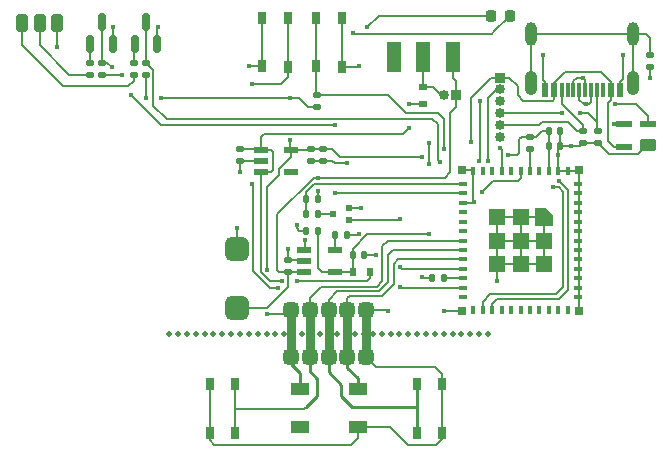
<source format=gbr>
%TF.GenerationSoftware,KiCad,Pcbnew,(6.0.9-0)*%
%TF.CreationDate,2023-02-23T20:44:17-08:00*%
%TF.ProjectId,esp32 caliper,65737033-3220-4636-916c-697065722e6b,rev?*%
%TF.SameCoordinates,Original*%
%TF.FileFunction,Copper,L1,Top*%
%TF.FilePolarity,Positive*%
%FSLAX46Y46*%
G04 Gerber Fmt 4.6, Leading zero omitted, Abs format (unit mm)*
G04 Created by KiCad (PCBNEW (6.0.9-0)) date 2023-02-23 20:44:17*
%MOMM*%
%LPD*%
G01*
G04 APERTURE LIST*
G04 Aperture macros list*
%AMRoundRect*
0 Rectangle with rounded corners*
0 $1 Rounding radius*
0 $2 $3 $4 $5 $6 $7 $8 $9 X,Y pos of 4 corners*
0 Add a 4 corners polygon primitive as box body*
4,1,4,$2,$3,$4,$5,$6,$7,$8,$9,$2,$3,0*
0 Add four circle primitives for the rounded corners*
1,1,$1+$1,$2,$3*
1,1,$1+$1,$4,$5*
1,1,$1+$1,$6,$7*
1,1,$1+$1,$8,$9*
0 Add four rect primitives between the rounded corners*
20,1,$1+$1,$2,$3,$4,$5,0*
20,1,$1+$1,$4,$5,$6,$7,0*
20,1,$1+$1,$6,$7,$8,$9,0*
20,1,$1+$1,$8,$9,$2,$3,0*%
%AMFreePoly0*
4,1,15,-0.124998,0.730000,0.725000,0.730000,0.728536,0.728536,0.730000,0.725000,0.730000,-0.725000,0.728536,-0.728536,0.725000,-0.730000,-0.725000,-0.730000,-0.728536,-0.728536,-0.730000,-0.725000,-0.730001,0.125000,-0.728536,0.128536,-0.128536,0.728536,-0.125000,0.730001,-0.124998,0.730000,-0.124998,0.730000,$1*%
G04 Aperture macros list end*
%TA.AperFunction,SMDPad,CuDef*%
%ADD10RoundRect,0.135000X-0.135000X-0.185000X0.135000X-0.185000X0.135000X0.185000X-0.135000X0.185000X0*%
%TD*%
%TA.AperFunction,SMDPad,CuDef*%
%ADD11RoundRect,0.140000X-0.140000X-0.170000X0.140000X-0.170000X0.140000X0.170000X-0.140000X0.170000X0*%
%TD*%
%TA.AperFunction,SMDPad,CuDef*%
%ADD12RoundRect,0.250000X0.250000X-0.500000X0.250000X0.500000X-0.250000X0.500000X-0.250000X-0.500000X0*%
%TD*%
%TA.AperFunction,SMDPad,CuDef*%
%ADD13RoundRect,0.500000X0.500000X0.500000X-0.500000X0.500000X-0.500000X-0.500000X0.500000X-0.500000X0*%
%TD*%
%TA.AperFunction,SMDPad,CuDef*%
%ADD14R,1.200000X2.500000*%
%TD*%
%TA.AperFunction,SMDPad,CuDef*%
%ADD15R,0.600000X1.150000*%
%TD*%
%TA.AperFunction,SMDPad,CuDef*%
%ADD16R,0.300000X1.150000*%
%TD*%
%TA.AperFunction,ComponentPad*%
%ADD17O,1.050000X2.100000*%
%TD*%
%TA.AperFunction,ComponentPad*%
%ADD18O,1.000000X2.000000*%
%TD*%
%TA.AperFunction,SMDPad,CuDef*%
%ADD19R,0.650000X1.050000*%
%TD*%
%TA.AperFunction,SMDPad,CuDef*%
%ADD20RoundRect,0.135000X0.185000X-0.135000X0.185000X0.135000X-0.185000X0.135000X-0.185000X-0.135000X0*%
%TD*%
%TA.AperFunction,SMDPad,CuDef*%
%ADD21RoundRect,0.135000X-0.185000X0.135000X-0.185000X-0.135000X0.185000X-0.135000X0.185000X0.135000X0*%
%TD*%
%TA.AperFunction,SMDPad,CuDef*%
%ADD22RoundRect,0.150000X0.150000X-0.587500X0.150000X0.587500X-0.150000X0.587500X-0.150000X-0.587500X0*%
%TD*%
%TA.AperFunction,ComponentPad*%
%ADD23R,0.850000X0.850000*%
%TD*%
%TA.AperFunction,ComponentPad*%
%ADD24O,0.850000X0.850000*%
%TD*%
%TA.AperFunction,SMDPad,CuDef*%
%ADD25RoundRect,0.218750X-0.218750X-0.256250X0.218750X-0.256250X0.218750X0.256250X-0.218750X0.256250X0*%
%TD*%
%TA.AperFunction,ComponentPad*%
%ADD26C,0.500000*%
%TD*%
%TA.AperFunction,SMDPad,CuDef*%
%ADD27RoundRect,0.325000X0.325000X0.325000X-0.325000X0.325000X-0.325000X-0.325000X0.325000X-0.325000X0*%
%TD*%
%TA.AperFunction,SMDPad,CuDef*%
%ADD28RoundRect,0.325000X-0.325000X-0.325000X0.325000X-0.325000X0.325000X0.325000X-0.325000X0.325000X0*%
%TD*%
%TA.AperFunction,SMDPad,CuDef*%
%ADD29RoundRect,0.140000X0.170000X-0.140000X0.170000X0.140000X-0.170000X0.140000X-0.170000X-0.140000X0*%
%TD*%
%TA.AperFunction,SMDPad,CuDef*%
%ADD30R,1.500000X1.000000*%
%TD*%
%TA.AperFunction,SMDPad,CuDef*%
%ADD31RoundRect,0.135000X0.135000X0.185000X-0.135000X0.185000X-0.135000X-0.185000X0.135000X-0.185000X0*%
%TD*%
%TA.AperFunction,SMDPad,CuDef*%
%ADD32RoundRect,0.140000X-0.170000X0.140000X-0.170000X-0.140000X0.170000X-0.140000X0.170000X0.140000X0*%
%TD*%
%TA.AperFunction,SMDPad,CuDef*%
%ADD33R,0.700000X0.600000*%
%TD*%
%TA.AperFunction,SMDPad,CuDef*%
%ADD34RoundRect,0.088500X-0.516500X-0.206500X0.516500X-0.206500X0.516500X0.206500X-0.516500X0.206500X0*%
%TD*%
%TA.AperFunction,SMDPad,CuDef*%
%ADD35R,0.600000X0.500000*%
%TD*%
%TA.AperFunction,SMDPad,CuDef*%
%ADD36R,0.400000X0.800000*%
%TD*%
%TA.AperFunction,SMDPad,CuDef*%
%ADD37R,0.800000X0.400000*%
%TD*%
%TA.AperFunction,SMDPad,CuDef*%
%ADD38FreePoly0,270.000000*%
%TD*%
%TA.AperFunction,SMDPad,CuDef*%
%ADD39R,1.450000X1.450000*%
%TD*%
%TA.AperFunction,SMDPad,CuDef*%
%ADD40R,0.700000X0.700000*%
%TD*%
%TA.AperFunction,SMDPad,CuDef*%
%ADD41RoundRect,0.099000X0.551000X-0.396000X0.551000X0.396000X-0.551000X0.396000X-0.551000X-0.396000X0*%
%TD*%
%TA.AperFunction,SMDPad,CuDef*%
%ADD42RoundRect,0.059000X0.591000X-0.236000X0.591000X0.236000X-0.591000X0.236000X-0.591000X-0.236000X0*%
%TD*%
%TA.AperFunction,SMDPad,CuDef*%
%ADD43R,0.600000X0.700000*%
%TD*%
%TA.AperFunction,SMDPad,CuDef*%
%ADD44R,1.270000X0.558800*%
%TD*%
%TA.AperFunction,ViaPad*%
%ADD45C,0.450000*%
%TD*%
%TA.AperFunction,Conductor*%
%ADD46C,0.200000*%
%TD*%
%TA.AperFunction,Conductor*%
%ADD47C,0.750000*%
%TD*%
%TA.AperFunction,Conductor*%
%ADD48C,0.250000*%
%TD*%
G04 APERTURE END LIST*
D10*
%TO.P,R14,1*%
%TO.N,+3V3*%
X175240000Y-77500000D03*
%TO.P,R14,2*%
%TO.N,Net-(U4-Pad22)*%
X176260000Y-77500000D03*
%TD*%
D11*
%TO.P,C1,2*%
%TO.N,GND*%
X169490400Y-75560200D03*
%TO.P,C1,1*%
%TO.N,+5V*%
X168530400Y-75560200D03*
%TD*%
D12*
%TO.P,U2,1,CLK*%
%TO.N,/CLKIN*%
X140500000Y-55880000D03*
%TO.P,U2,2,DATA*%
%TO.N,/DATAIN*%
X142000000Y-55880000D03*
%TO.P,U2,3,GND*%
%TO.N,GND*%
X143500000Y-55880000D03*
%TD*%
D13*
%TO.P,BT1,1,+*%
%TO.N,Net-(BT1-Pad1)*%
X158750000Y-80000000D03*
%TO.P,BT1,2,-*%
%TO.N,GND*%
X158750000Y-75000000D03*
%TD*%
D14*
%TO.P,S1,1*%
%TO.N,Net-(BT1-Pad1)*%
X177000000Y-58750000D03*
%TO.P,S1,2*%
%TO.N,Net-(J2-Pad2)*%
X174500000Y-58750000D03*
%TO.P,S1,3*%
%TO.N,unconnected-(S1-Pad3)*%
X172000000Y-58750000D03*
%TD*%
D15*
%TO.P,J1,A1_B12,GND*%
%TO.N,GND*%
X191150000Y-61565000D03*
%TO.P,J1,A4_B9,VBUS*%
%TO.N,+5V*%
X190350000Y-61565000D03*
D16*
%TO.P,J1,A5,CC1*%
%TO.N,/CC1*%
X189200000Y-61565000D03*
%TO.P,J1,A6,DP1*%
%TO.N,/DP*%
X188200000Y-61565000D03*
%TO.P,J1,A7,DN1*%
%TO.N,/DN*%
X187700000Y-61565000D03*
%TO.P,J1,A8,SBU1*%
%TO.N,unconnected-(J1-PadA8)*%
X186700000Y-61565000D03*
D15*
%TO.P,J1,B1_A12,GND*%
%TO.N,GND*%
X184750000Y-61565000D03*
%TO.P,J1,B4_A9,VBUS*%
%TO.N,+5V*%
X185550000Y-61565000D03*
D16*
%TO.P,J1,B5,CC2*%
%TO.N,/CC2*%
X186200000Y-61565000D03*
%TO.P,J1,B6,DP2*%
%TO.N,/DP*%
X187200000Y-61565000D03*
%TO.P,J1,B7,DN2*%
%TO.N,/DN*%
X188700000Y-61565000D03*
%TO.P,J1,B8,SBU2*%
%TO.N,unconnected-(J1-PadB8)*%
X189700000Y-61565000D03*
D17*
%TO.P,J1,S1,SHELL_GND*%
%TO.N,Net-(J1-PadS1)*%
X192270000Y-60990000D03*
D18*
%TO.P,J1,S2,SHELL_GND*%
X192270000Y-56810000D03*
%TO.P,J1,S3,SHELL_GND*%
X183630000Y-56810000D03*
D17*
%TO.P,J1,S4,SHELL_GND*%
X183630000Y-60990000D03*
%TD*%
D19*
%TO.P,SW4,1,1*%
%TO.N,/spaceButton*%
X173925000Y-90575000D03*
X173925000Y-86425000D03*
%TO.P,SW4,2,2*%
%TO.N,GND*%
X176075000Y-90575000D03*
X176075000Y-86450000D03*
%TD*%
%TO.P,SW3,1,1*%
%TO.N,/enterButton*%
X158575000Y-86425000D03*
X158575000Y-90575000D03*
%TO.P,SW3,2,2*%
%TO.N,GND*%
X156425000Y-86425000D03*
X156425000Y-90550000D03*
%TD*%
%TO.P,SW2,2,2*%
%TO.N,Net-(U4-Pad8)*%
X165425000Y-59550000D03*
X165425000Y-55425000D03*
%TO.P,SW2,1,1*%
%TO.N,GND*%
X167575000Y-59575000D03*
X167575000Y-55425000D03*
%TD*%
%TO.P,SW1,1,1*%
%TO.N,Net-(U4-Pad23)*%
X163000000Y-55425000D03*
X163000000Y-59575000D03*
%TO.P,SW1,2,2*%
%TO.N,GND*%
X160850000Y-55425000D03*
X160850000Y-59550000D03*
%TD*%
D20*
%TO.P,R13,1*%
%TO.N,Net-(R13-Pad1)*%
X183500000Y-66510000D03*
%TO.P,R13,2*%
%TO.N,+3V3*%
X183500000Y-65490000D03*
%TD*%
D21*
%TO.P,R12,1*%
%TO.N,/DATAOUT*%
X147250000Y-59240000D03*
%TO.P,R12,2*%
%TO.N,+3V3*%
X147250000Y-60260000D03*
%TD*%
%TO.P,R11,2*%
%TO.N,/DATAIN*%
X146250000Y-60260000D03*
%TO.P,R11,1*%
%TO.N,Net-(Q2-Pad1)*%
X146250000Y-59240000D03*
%TD*%
%TO.P,R2,1*%
%TO.N,/CLKOUT*%
X151000000Y-59240000D03*
%TO.P,R2,2*%
%TO.N,+3V3*%
X151000000Y-60260000D03*
%TD*%
D22*
%TO.P,Q2,1,B*%
%TO.N,Net-(Q2-Pad1)*%
X146300000Y-57687500D03*
%TO.P,Q2,2,E*%
%TO.N,GND*%
X148200000Y-57687500D03*
%TO.P,Q2,3,C*%
%TO.N,/DATAOUT*%
X147250000Y-55812500D03*
%TD*%
%TO.P,Q1,3,C*%
%TO.N,/CLKOUT*%
X151000000Y-55812500D03*
%TO.P,Q1,2,E*%
%TO.N,GND*%
X151950000Y-57687500D03*
%TO.P,Q1,1,B*%
%TO.N,Net-(R1-Pad1)*%
X150050000Y-57687500D03*
%TD*%
D23*
%TO.P,J2,1,Pin_1*%
%TO.N,Net-(BT1-Pad1)*%
X177250000Y-62000000D03*
D24*
%TO.P,J2,2,Pin_2*%
%TO.N,Net-(J2-Pad2)*%
X176250000Y-62000000D03*
%TD*%
D25*
%TO.P,D5,1,K*%
%TO.N,/STAT*%
X180212500Y-55300000D03*
%TO.P,D5,2,A*%
%TO.N,Net-(R9-Pad2)*%
X181787500Y-55300000D03*
%TD*%
D11*
%TO.P,C10,1*%
%TO.N,+3V3*%
X185100000Y-66270000D03*
%TO.P,C10,2*%
%TO.N,GND*%
X186060000Y-66270000D03*
%TD*%
D23*
%TO.P,U9,1,VCC*%
%TO.N,+5V*%
X181000000Y-60500000D03*
D24*
%TO.P,U9,2,DP*%
%TO.N,/DP*%
X181000000Y-61500000D03*
%TO.P,U9,3,DN*%
%TO.N,/DN*%
X181000000Y-62500000D03*
%TO.P,U9,4,CC1*%
%TO.N,/CC1*%
X181000000Y-63500000D03*
%TO.P,U9,5,CC2*%
%TO.N,/CC2*%
X181000000Y-64500000D03*
%TO.P,U9,6,GND*%
%TO.N,GND*%
X181000000Y-65500000D03*
%TD*%
D26*
%TO.P,U6,0*%
%TO.N,N/C*%
X173212000Y-82175000D03*
X168712000Y-82175000D03*
X161962000Y-82175000D03*
X163462000Y-82175000D03*
X178462000Y-82175000D03*
X176962000Y-82175000D03*
X175462000Y-82175000D03*
X155962000Y-82175000D03*
X179212000Y-82175000D03*
X170212000Y-82175000D03*
X177712000Y-82175000D03*
X164962000Y-82175000D03*
X159712000Y-82175000D03*
X152962000Y-82175000D03*
X170962000Y-82175000D03*
X155212000Y-82175000D03*
X169462000Y-82175000D03*
X158212000Y-82175000D03*
X172462000Y-82175000D03*
X167962000Y-82175000D03*
X153712000Y-82175000D03*
X174712000Y-82175000D03*
X166462000Y-82175000D03*
X176212000Y-82175000D03*
X157462000Y-82175000D03*
X173962000Y-82175000D03*
X171712000Y-82175000D03*
X167212000Y-82175000D03*
X161212000Y-82175000D03*
X160462000Y-82175000D03*
X164212000Y-82175000D03*
X158962000Y-82175000D03*
X156712000Y-82175000D03*
X179962000Y-82175000D03*
X165712000Y-82175000D03*
X162712000Y-82175000D03*
X154462000Y-82175000D03*
D27*
%TO.P,U6,1,VCC*%
%TO.N,+3V3*%
X163262000Y-84175000D03*
%TO.P,U6,2,SW1*%
%TO.N,/enterButton*%
X164862000Y-84175000D03*
%TO.P,U6,3,SW2*%
%TO.N,/spaceButton*%
X166462000Y-84175000D03*
%TO.P,U6,4,S*%
%TO.N,/LED*%
X168062000Y-84175000D03*
%TO.P,U6,5,GND*%
%TO.N,GND*%
X169662000Y-84175000D03*
D28*
%TO.P,U6,6,VCC*%
%TO.N,+3V3*%
X163262000Y-80175000D03*
%TO.P,U6,7,SW1*%
%TO.N,/enterButton*%
X164862000Y-80175000D03*
%TO.P,U6,8,SW2*%
%TO.N,/spaceButton*%
X166462000Y-80175000D03*
%TO.P,U6,9,S*%
%TO.N,/LED*%
X168062000Y-80175000D03*
%TO.P,U6,10,GND*%
%TO.N,GND*%
X169662000Y-80175000D03*
%TD*%
D29*
%TO.P,C2,1*%
%TO.N,Net-(BT1-Pad1)*%
X163010400Y-76940200D03*
%TO.P,C2,2*%
%TO.N,GND*%
X163010400Y-75980200D03*
%TD*%
D21*
%TO.P,R1,1*%
%TO.N,Net-(R1-Pad1)*%
X150000000Y-59240000D03*
%TO.P,R1,2*%
%TO.N,/CLKIN*%
X150000000Y-60260000D03*
%TD*%
D30*
%TO.P,D2,1,VSS*%
%TO.N,GND*%
X168950000Y-90100000D03*
%TO.P,D2,2,DIN*%
%TO.N,/LED*%
X168950000Y-86900000D03*
%TO.P,D2,3,VDD*%
%TO.N,+3V3*%
X164050000Y-86900000D03*
%TO.P,D2,4,DOUT*%
%TO.N,unconnected-(D2-Pad4)*%
X164050000Y-90100000D03*
%TD*%
D31*
%TO.P,R8,1*%
%TO.N,GND*%
X168020400Y-73810200D03*
%TO.P,R8,2*%
%TO.N,Net-(R8-Pad2)*%
X167000400Y-73810200D03*
%TD*%
D11*
%TO.P,C9,1*%
%TO.N,+3V3*%
X185100000Y-65000000D03*
%TO.P,C9,2*%
%TO.N,GND*%
X186060000Y-65000000D03*
%TD*%
D32*
%TO.P,C4,1*%
%TO.N,+3V3*%
X166000000Y-66580200D03*
%TO.P,C4,2*%
%TO.N,GND*%
X166000000Y-67540200D03*
%TD*%
D10*
%TO.P,R3,1*%
%TO.N,/BAT*%
X164570000Y-70755000D03*
%TO.P,R3,2*%
%TO.N,Net-(BT1-Pad1)*%
X165590000Y-70755000D03*
%TD*%
D33*
%TO.P,D3,1,K*%
%TO.N,VDD*%
X174500000Y-62700000D03*
%TO.P,D3,2,A*%
%TO.N,Net-(J2-Pad2)*%
X174500000Y-61300000D03*
%TD*%
D34*
%TO.P,U3,1,IN*%
%TO.N,VDD*%
X160745000Y-66610200D03*
%TO.P,U3,2,GND*%
%TO.N,GND*%
X160745000Y-67560200D03*
%TO.P,U3,3,EN*%
%TO.N,VDD*%
X160745000Y-68510200D03*
%TO.P,U3,4*%
%TO.N,N/C*%
X163255000Y-68510200D03*
%TO.P,U3,5,OUT*%
%TO.N,+3V3*%
X163255000Y-66610200D03*
%TD*%
D20*
%TO.P,R6,1*%
%TO.N,GND*%
X193675000Y-59565000D03*
%TO.P,R6,2*%
%TO.N,Net-(J1-PadS1)*%
X193675000Y-58545000D03*
%TD*%
D31*
%TO.P,R7,1*%
%TO.N,Net-(Q3-Pad3)*%
X165590000Y-72025000D03*
%TO.P,R7,2*%
%TO.N,/BAT*%
X164570000Y-72025000D03*
%TD*%
D35*
%TO.P,Q3,1,G*%
%TO.N,/BATMOS*%
X168160400Y-72525000D03*
%TO.P,Q3,2,S*%
%TO.N,GND*%
X168160400Y-71525000D03*
%TO.P,Q3,3,D*%
%TO.N,Net-(Q3-Pad3)*%
X166860400Y-72025000D03*
%TD*%
D20*
%TO.P,R4,1*%
%TO.N,GND*%
X189250000Y-66010000D03*
%TO.P,R4,2*%
%TO.N,/CC1*%
X189250000Y-64990000D03*
%TD*%
D32*
%TO.P,C3,1*%
%TO.N,VDD*%
X159000000Y-66580200D03*
%TO.P,C3,2*%
%TO.N,GND*%
X159000000Y-67540200D03*
%TD*%
D31*
%TO.P,R9,1*%
%TO.N,+5V*%
X165590000Y-73460200D03*
%TO.P,R9,2*%
%TO.N,Net-(R9-Pad2)*%
X164570000Y-73460200D03*
%TD*%
D20*
%TO.P,R5,1*%
%TO.N,GND*%
X188020000Y-66010000D03*
%TO.P,R5,2*%
%TO.N,/CC2*%
X188020000Y-64990000D03*
%TD*%
D36*
%TO.P,U4,1,GND*%
%TO.N,GND*%
X186720000Y-68395000D03*
%TO.P,U4,2,GND*%
X185920000Y-68395000D03*
%TO.P,U4,3,3V3*%
%TO.N,+3V3*%
X185120000Y-68395000D03*
%TO.P,U4,4,NC*%
%TO.N,unconnected-(U4-Pad4)*%
X184320000Y-68395000D03*
%TO.P,U4,5,IO2*%
%TO.N,Net-(R13-Pad1)*%
X183520000Y-68395000D03*
%TO.P,U4,6,IO3*%
%TO.N,/CLKOUT*%
X182720000Y-68395000D03*
%TO.P,U4,7,NC*%
%TO.N,unconnected-(U4-Pad7)*%
X181920000Y-68395000D03*
%TO.P,U4,8,EN*%
%TO.N,Net-(U4-Pad8)*%
X181120000Y-68395000D03*
%TO.P,U4,9,NC*%
%TO.N,unconnected-(U4-Pad9)*%
X180320000Y-68395000D03*
%TO.P,U4,10,NC*%
%TO.N,unconnected-(U4-Pad10)*%
X179520000Y-68395000D03*
%TO.P,U4,11,GND*%
%TO.N,GND*%
X178720000Y-68395000D03*
D37*
%TO.P,U4,12,IO0*%
%TO.N,/BAT*%
X177820000Y-69495000D03*
%TO.P,U4,13,IO1*%
%TO.N,/DATAOUT*%
X177820000Y-70295000D03*
%TO.P,U4,14,GND*%
%TO.N,GND*%
X177820000Y-71095000D03*
%TO.P,U4,15,NC*%
%TO.N,unconnected-(U4-Pad15)*%
X177820000Y-71895000D03*
%TO.P,U4,16,IO10*%
%TO.N,unconnected-(U4-Pad16)*%
X177820000Y-72695000D03*
%TO.P,U4,17,NC*%
%TO.N,unconnected-(U4-Pad17)*%
X177820000Y-73495000D03*
%TO.P,U4,18,IO4*%
%TO.N,/enterButton*%
X177820000Y-74295000D03*
%TO.P,U4,19,IO5*%
%TO.N,/spaceButton*%
X177820000Y-75095000D03*
%TO.P,U4,20,IO6*%
%TO.N,/LED*%
X177820000Y-75895000D03*
%TO.P,U4,21,IO7*%
%TO.N,/BATMOS*%
X177820000Y-76695000D03*
%TO.P,U4,22,IO8*%
%TO.N,Net-(U4-Pad22)*%
X177820000Y-77495000D03*
%TO.P,U4,23,IO9*%
%TO.N,Net-(U4-Pad23)*%
X177820000Y-78295000D03*
%TO.P,U4,24,NC*%
%TO.N,unconnected-(U4-Pad24)*%
X177820000Y-79095000D03*
D36*
%TO.P,U4,25,NC*%
%TO.N,unconnected-(U4-Pad25)*%
X178720000Y-80195000D03*
%TO.P,U4,26,IO18*%
%TO.N,/DN*%
X179520000Y-80195000D03*
%TO.P,U4,27,IO19*%
%TO.N,/DP*%
X180320000Y-80195000D03*
%TO.P,U4,28,NC*%
%TO.N,unconnected-(U4-Pad28)*%
X181120000Y-80195000D03*
%TO.P,U4,29,NC*%
%TO.N,unconnected-(U4-Pad29)*%
X181920000Y-80195000D03*
%TO.P,U4,30,RXD0*%
%TO.N,unconnected-(U4-Pad30)*%
X182720000Y-80195000D03*
%TO.P,U4,31,TXD0*%
%TO.N,unconnected-(U4-Pad31)*%
X183520000Y-80195000D03*
%TO.P,U4,32,NC*%
%TO.N,unconnected-(U4-Pad32)*%
X184320000Y-80195000D03*
%TO.P,U4,33,NC*%
%TO.N,unconnected-(U4-Pad33)*%
X185120000Y-80195000D03*
%TO.P,U4,34,NC*%
%TO.N,unconnected-(U4-Pad34)*%
X185920000Y-80195000D03*
%TO.P,U4,35,NC*%
%TO.N,unconnected-(U4-Pad35)*%
X186720000Y-80195000D03*
D37*
%TO.P,U4,36,GND*%
%TO.N,GND*%
X187620000Y-79095000D03*
%TO.P,U4,37,GND*%
X187620000Y-78295000D03*
%TO.P,U4,38,GND*%
X187620000Y-77495000D03*
%TO.P,U4,39,GND*%
X187620000Y-76695000D03*
%TO.P,U4,40,GND*%
X187620000Y-75895000D03*
%TO.P,U4,41,GND*%
X187620000Y-75095000D03*
%TO.P,U4,42,GND*%
X187620000Y-74295000D03*
%TO.P,U4,43,GND*%
X187620000Y-73495000D03*
%TO.P,U4,44,GND*%
X187620000Y-72695000D03*
%TO.P,U4,45,GND*%
X187620000Y-71895000D03*
%TO.P,U4,46,GND*%
X187620000Y-71095000D03*
%TO.P,U4,47,GND*%
X187620000Y-70295000D03*
%TO.P,U4,48,GND*%
X187620000Y-69495000D03*
D38*
%TO.P,U4,49_1,GND*%
X184695000Y-72320000D03*
D39*
%TO.P,U4,49_2,GND*%
X184695000Y-74295000D03*
%TO.P,U4,49_3,GND*%
X184695000Y-76270000D03*
%TO.P,U4,49_4,GND*%
X182720000Y-76270000D03*
%TO.P,U4,49_5,GND*%
X180745000Y-76270000D03*
%TO.P,U4,49_6,GND*%
X180745000Y-74295000D03*
%TO.P,U4,49_7,GND*%
X180745000Y-72320000D03*
%TO.P,U4,49_8,GND*%
X182720000Y-72320000D03*
%TO.P,U4,49_9,GND*%
X182720000Y-74295000D03*
D40*
%TO.P,U4,50,GND*%
X187670000Y-80245000D03*
%TO.P,U4,51,GND*%
X177770000Y-80245000D03*
%TO.P,U4,52,GND*%
X177770000Y-68345000D03*
%TO.P,U4,53,GND*%
X187670000Y-68345000D03*
%TD*%
D32*
%TO.P,C5,1*%
%TO.N,+3V3*%
X165000000Y-66580200D03*
%TO.P,C5,2*%
%TO.N,GND*%
X165000000Y-67540200D03*
%TD*%
D41*
%TO.P,D1,1*%
%TO.N,GND*%
X193525000Y-66165000D03*
D42*
%TO.P,D1,2*%
%TO.N,/DP*%
X193525000Y-64445000D03*
%TO.P,D1,3*%
%TO.N,/DN*%
X191475000Y-64445000D03*
%TO.P,D1,4*%
%TO.N,+5V*%
X191475000Y-66365000D03*
%TD*%
D20*
%TO.P,R10,1*%
%TO.N,+3V3*%
X165500000Y-63010000D03*
%TO.P,R10,2*%
%TO.N,Net-(U4-Pad8)*%
X165500000Y-61990000D03*
%TD*%
D43*
%TO.P,D4,1,K*%
%TO.N,VDD*%
X169950000Y-77000000D03*
%TO.P,D4,2,A*%
%TO.N,+5V*%
X168550000Y-77000000D03*
%TD*%
D44*
%TO.P,U1,1,STAT*%
%TO.N,/STAT*%
X164419600Y-75060200D03*
%TO.P,U1,2,VSS*%
%TO.N,GND*%
X164419600Y-76000000D03*
%TO.P,U1,3,VBAT*%
%TO.N,Net-(BT1-Pad1)*%
X164419600Y-76939800D03*
%TO.P,U1,4,VDD*%
%TO.N,+5V*%
X167010400Y-76939800D03*
%TO.P,U1,5,PROG*%
%TO.N,Net-(R8-Pad2)*%
X167010400Y-75060200D03*
%TD*%
D45*
%TO.N,+3V3*%
X174400000Y-77400000D03*
%TO.N,GND*%
X169000000Y-59500000D03*
X168000000Y-67750000D03*
X193700000Y-60500000D03*
X191400000Y-58600000D03*
X184600000Y-58600000D03*
X178750000Y-71000000D03*
X180750000Y-77750000D03*
X186980000Y-66270000D03*
X185920000Y-67080000D03*
X176250000Y-80250000D03*
X171500000Y-80250000D03*
X170475500Y-75500000D03*
X169000000Y-73750000D03*
X169250000Y-71500000D03*
X158750000Y-73250000D03*
X163000000Y-75000000D03*
X159000000Y-68500000D03*
X159750000Y-59500000D03*
X152000000Y-56250000D03*
X148250000Y-56250000D03*
X143500000Y-57900000D03*
%TO.N,+3V3*%
X174400000Y-67200000D03*
X181644500Y-67053975D03*
%TO.N,+5V*%
X175000000Y-66000000D03*
X175000000Y-67800000D03*
%TO.N,+3V3*%
X161250000Y-80524500D03*
X161269500Y-76750000D03*
X163225500Y-65774500D03*
X163225500Y-62250000D03*
X152250000Y-62250000D03*
%TO.N,Net-(U4-Pad23)*%
X160000000Y-61000000D03*
%TO.N,+3V3*%
X151000000Y-62250000D03*
X149000000Y-60250000D03*
%TO.N,+5V*%
X178500000Y-65975500D03*
X175000000Y-73770500D03*
%TO.N,VDD*%
X173250000Y-64750000D03*
X173250000Y-62750000D03*
%TO.N,/DATAOUT*%
X149750000Y-62000000D03*
X148125000Y-59625000D03*
X167000000Y-64524500D03*
X167000000Y-70250000D03*
%TO.N,/CLKOUT*%
X179445140Y-70176803D03*
X175925000Y-67675000D03*
%TO.N,Net-(U4-Pad8)*%
X181000000Y-66500000D03*
X176225500Y-66524500D03*
%TO.N,Net-(BT1-Pad1)*%
X165590000Y-68970500D03*
X165590000Y-70109500D03*
%TO.N,Net-(R9-Pad2)*%
X168500000Y-56750000D03*
X163750000Y-73000000D03*
%TO.N,/STAT*%
X169750000Y-56250000D03*
X164500000Y-74250000D03*
%TO.N,Net-(U4-Pad23)*%
X172500000Y-78250000D03*
X160000000Y-69500000D03*
X162183457Y-78324786D03*
%TO.N,/DN*%
X185500000Y-69774500D03*
%TO.N,/DP*%
X186002632Y-69229968D03*
%TO.N,/DN*%
X179235589Y-67578975D03*
X179250000Y-62500000D03*
%TO.N,/DP*%
X179996606Y-67588828D03*
%TO.N,VDD*%
X162485900Y-77750000D03*
X163750000Y-77750000D03*
%TO.N,/BATMOS*%
X172524500Y-76500000D03*
X172500000Y-72500000D03*
%TO.N,/CC1*%
X187750000Y-63500000D03*
X186250000Y-63500000D03*
%TO.N,/DP*%
X190750000Y-62750000D03*
X188000000Y-60524500D03*
%TO.N,/DN*%
X190658501Y-64436499D03*
X188250000Y-62750000D03*
%TD*%
D46*
%TO.N,Net-(U4-Pad22)*%
X176260000Y-77500000D02*
X177815000Y-77500000D01*
X177815000Y-77500000D02*
X177820000Y-77495000D01*
%TO.N,+3V3*%
X174400000Y-77400000D02*
X174500000Y-77500000D01*
X174500000Y-77500000D02*
X175240000Y-77500000D01*
%TO.N,Net-(R13-Pad1)*%
X183500000Y-66510000D02*
X183500000Y-68375000D01*
X183500000Y-68375000D02*
X183520000Y-68395000D01*
%TO.N,GND*%
X168925000Y-59575000D02*
X169000000Y-59500000D01*
X167575000Y-59575000D02*
X168925000Y-59575000D01*
X167000000Y-67750000D02*
X168000000Y-67750000D01*
X166000000Y-67540200D02*
X166790200Y-67540200D01*
X166790200Y-67540200D02*
X167000000Y-67750000D01*
X169662000Y-84175000D02*
X170487000Y-85000000D01*
X170487000Y-85000000D02*
X175500000Y-85000000D01*
X175500000Y-85000000D02*
X176075000Y-85575000D01*
X176075000Y-85575000D02*
X176075000Y-86450000D01*
X178720000Y-68395000D02*
X178720000Y-70970000D01*
X178720000Y-70970000D02*
X178750000Y-71000000D01*
%TO.N,/CLKOUT*%
X179445140Y-70176803D02*
X180394302Y-69227641D01*
X180394302Y-69227641D02*
X182522359Y-69227641D01*
X182522359Y-69227641D02*
X182750000Y-69000000D01*
X182750000Y-69000000D02*
X182750000Y-68425000D01*
X182750000Y-68425000D02*
X182720000Y-68395000D01*
%TO.N,GND*%
X193675000Y-60475000D02*
X193700000Y-60500000D01*
X193675000Y-59565000D02*
X193675000Y-60475000D01*
X191400000Y-60600000D02*
X191400000Y-58600000D01*
X191150000Y-61565000D02*
X191150000Y-60850000D01*
X191150000Y-60850000D02*
X191400000Y-60600000D01*
X184600000Y-60700000D02*
X184600000Y-58600000D01*
X184700000Y-60800000D02*
X184600000Y-60700000D01*
X184750000Y-61565000D02*
X184750000Y-60850000D01*
X184750000Y-60850000D02*
X184700000Y-60800000D01*
X178655000Y-71095000D02*
X178750000Y-71000000D01*
X177820000Y-71095000D02*
X178655000Y-71095000D01*
X180745000Y-77745000D02*
X180750000Y-77750000D01*
X180745000Y-76270000D02*
X180745000Y-77745000D01*
X186980000Y-66270000D02*
X187760000Y-66270000D01*
X185920000Y-67080000D02*
X185920000Y-66410000D01*
X189250000Y-66010000D02*
X190240000Y-67000000D01*
X190240000Y-67000000D02*
X192690000Y-67000000D01*
X192690000Y-67000000D02*
X193525000Y-66165000D01*
X186060000Y-66270000D02*
X186980000Y-66270000D01*
X187760000Y-66270000D02*
X188020000Y-66010000D01*
X185920000Y-68395000D02*
X185920000Y-67080000D01*
X185920000Y-66410000D02*
X186060000Y-66270000D01*
X176255000Y-80245000D02*
X176250000Y-80250000D01*
X177770000Y-80245000D02*
X176255000Y-80245000D01*
X171425000Y-80175000D02*
X171500000Y-80250000D01*
X169662000Y-80175000D02*
X171425000Y-80175000D01*
X170415300Y-75560200D02*
X170475500Y-75500000D01*
X169490400Y-75560200D02*
X170415300Y-75560200D01*
X168939800Y-73810200D02*
X169000000Y-73750000D01*
X168020400Y-73810200D02*
X168939800Y-73810200D01*
X169225000Y-71525000D02*
X169250000Y-71500000D01*
X168160400Y-71525000D02*
X169225000Y-71525000D01*
X158750000Y-75000000D02*
X158750000Y-73250000D01*
X163010400Y-75010400D02*
X163000000Y-75000000D01*
X163010400Y-75980200D02*
X163010400Y-75010400D01*
X159000000Y-67540200D02*
X159000000Y-68500000D01*
X165000000Y-67540200D02*
X166000000Y-67540200D01*
X159800000Y-59550000D02*
X159750000Y-59500000D01*
X160850000Y-59550000D02*
X159800000Y-59550000D01*
X151950000Y-56300000D02*
X152000000Y-56250000D01*
X151950000Y-57687500D02*
X151950000Y-56300000D01*
X148200000Y-56300000D02*
X148250000Y-56250000D01*
X148200000Y-57687500D02*
X148200000Y-56300000D01*
X143500000Y-55880000D02*
X143500000Y-57900000D01*
X156425000Y-90550000D02*
X156425000Y-91225000D01*
X156425000Y-91225000D02*
X156800000Y-91600000D01*
X156800000Y-91600000D02*
X168400000Y-91600000D01*
X168400000Y-91600000D02*
X168950000Y-91050000D01*
X168950000Y-91050000D02*
X168950000Y-90100000D01*
X168950000Y-90100000D02*
X171700000Y-90100000D01*
X171700000Y-90100000D02*
X173200000Y-91600000D01*
X173200000Y-91600000D02*
X175600000Y-91600000D01*
X175600000Y-91600000D02*
X176075000Y-91125000D01*
X176075000Y-91125000D02*
X176075000Y-90575000D01*
%TO.N,Net-(U4-Pad23)*%
X160000000Y-61000000D02*
X162425000Y-61000000D01*
X162425000Y-61000000D02*
X163000000Y-60425000D01*
X163000000Y-60425000D02*
X163000000Y-59575000D01*
%TO.N,GND*%
X156425000Y-86425000D02*
X156425000Y-90550000D01*
%TO.N,/enterButton*%
X158575000Y-86425000D02*
X158575000Y-88575000D01*
X164425000Y-88575000D02*
X158575000Y-88575000D01*
X158575000Y-88575000D02*
X158575000Y-90575000D01*
X164575000Y-88425000D02*
X164425000Y-88575000D01*
%TO.N,GND*%
X176075000Y-86450000D02*
X176075000Y-90575000D01*
X177770000Y-68345000D02*
X178670000Y-68345000D01*
X178670000Y-68345000D02*
X178720000Y-68395000D01*
%TO.N,+3V3*%
X174400000Y-67200000D02*
X167400000Y-67200000D01*
X167400000Y-67200000D02*
X166780200Y-66580200D01*
X166780200Y-66580200D02*
X166000000Y-66580200D01*
%TO.N,+5V*%
X175000000Y-66000000D02*
X175000000Y-67800000D01*
%TO.N,/CLKOUT*%
X175925000Y-67675000D02*
X175700500Y-67450500D01*
X151620000Y-59860000D02*
X151000000Y-59240000D01*
X175700500Y-67450500D02*
X175700500Y-64450500D01*
X175700500Y-64450500D02*
X175250000Y-64000000D01*
X175250000Y-64000000D02*
X152750000Y-64000000D01*
X152750000Y-64000000D02*
X151620000Y-62870000D01*
X151620000Y-62870000D02*
X151620000Y-59860000D01*
%TO.N,+3V3*%
X182600000Y-65700000D02*
X182810000Y-65490000D01*
X182810000Y-65490000D02*
X183500000Y-65490000D01*
X182600000Y-66900000D02*
X182600000Y-65700000D01*
X181644500Y-67053975D02*
X182446025Y-67053975D01*
X182446025Y-67053975D02*
X182600000Y-66900000D01*
%TO.N,/DP*%
X179996606Y-67588828D02*
X180000000Y-67585434D01*
X180000000Y-67585434D02*
X180000000Y-62250000D01*
X180000000Y-62250000D02*
X180750000Y-61500000D01*
X180750000Y-61500000D02*
X181000000Y-61500000D01*
%TO.N,/DN*%
X179250000Y-62500000D02*
X179250000Y-67564564D01*
X179250000Y-67564564D02*
X179235589Y-67578975D01*
%TO.N,+3V3*%
X161250000Y-80524500D02*
X161274500Y-80500000D01*
X162937000Y-80500000D02*
X163262000Y-80175000D01*
X161274500Y-80500000D02*
X162937000Y-80500000D01*
X163255000Y-66610200D02*
X163255000Y-67245000D01*
X163255000Y-67245000D02*
X163250000Y-67250000D01*
X163250000Y-67250000D02*
X163242778Y-67250000D01*
X163242778Y-67250000D02*
X162250000Y-68242778D01*
X162250000Y-68242778D02*
X162250000Y-68750000D01*
X162250000Y-68750000D02*
X161250000Y-69750000D01*
X161250000Y-69750000D02*
X161250000Y-76750000D01*
X161250000Y-76750000D02*
X161269500Y-76750000D01*
%TO.N,Net-(U4-Pad23)*%
X162183457Y-78324786D02*
X161509101Y-78324786D01*
X161509101Y-78324786D02*
X160050000Y-76865685D01*
X160050000Y-76865685D02*
X160050000Y-69550000D01*
X160050000Y-69550000D02*
X160000000Y-69500000D01*
%TO.N,+3V3*%
X165500000Y-63010000D02*
X164760000Y-63010000D01*
X164760000Y-63010000D02*
X164000000Y-62250000D01*
X164000000Y-62250000D02*
X163225500Y-62250000D01*
X152250000Y-62250000D02*
X163225500Y-62250000D01*
X163225500Y-65774500D02*
X163225500Y-66580700D01*
X163225500Y-66580700D02*
X163255000Y-66610200D01*
%TO.N,VDD*%
X160745000Y-66610200D02*
X160745000Y-65505000D01*
X160745000Y-65505000D02*
X161000000Y-65250000D01*
X161000000Y-65250000D02*
X172750000Y-65250000D01*
X172750000Y-65250000D02*
X173250000Y-64750000D01*
%TO.N,+3V3*%
X151000000Y-62250000D02*
X151000000Y-60260000D01*
X147250000Y-60260000D02*
X148990000Y-60260000D01*
X148990000Y-60260000D02*
X149000000Y-60250000D01*
%TO.N,/DATAOUT*%
X148125000Y-59625000D02*
X147740000Y-59240000D01*
X147740000Y-59240000D02*
X147250000Y-59240000D01*
%TO.N,+3V3*%
X183500000Y-65490000D02*
X184010000Y-65490000D01*
X184010000Y-65490000D02*
X184500000Y-65000000D01*
X184500000Y-65000000D02*
X185100000Y-65000000D01*
%TO.N,+5V*%
X181000000Y-60500000D02*
X180250000Y-60500000D01*
X175000000Y-73770500D02*
X169729500Y-73770500D01*
X178500000Y-62250000D02*
X178500000Y-65975500D01*
X178750000Y-62000000D02*
X178500000Y-62250000D01*
X180250000Y-60500000D02*
X178750000Y-62000000D01*
X168530400Y-74969600D02*
X168530400Y-75560200D01*
X169729500Y-73770500D02*
X168530400Y-74969600D01*
%TO.N,VDD*%
X174450000Y-62750000D02*
X174500000Y-62700000D01*
X173250000Y-62750000D02*
X174450000Y-62750000D01*
%TO.N,/DATAOUT*%
X152274500Y-64524500D02*
X149750000Y-62000000D01*
X167000000Y-64524500D02*
X152274500Y-64524500D01*
X177820000Y-70295000D02*
X167045000Y-70295000D01*
X167045000Y-70295000D02*
X167000000Y-70250000D01*
%TO.N,Net-(U4-Pad8)*%
X181120000Y-66620000D02*
X181120000Y-68395000D01*
X181000000Y-66500000D02*
X181120000Y-66620000D01*
X176225500Y-66524500D02*
X176225500Y-63975500D01*
X176225500Y-63975500D02*
X175750000Y-63500000D01*
X175750000Y-63500000D02*
X173000000Y-63500000D01*
X173000000Y-63500000D02*
X171490000Y-61990000D01*
X171490000Y-61990000D02*
X165500000Y-61990000D01*
%TO.N,Net-(BT1-Pad1)*%
X177250000Y-63000000D02*
X177250000Y-62000000D01*
X165590000Y-68970500D02*
X176279500Y-68970500D01*
X176279500Y-68970500D02*
X176750000Y-68500000D01*
X176750000Y-68500000D02*
X176750000Y-63500000D01*
X176750000Y-63500000D02*
X177250000Y-63000000D01*
X177000000Y-60500000D02*
X177250000Y-60750000D01*
X177000000Y-58750000D02*
X177000000Y-60500000D01*
X177250000Y-60750000D02*
X177250000Y-62000000D01*
%TO.N,Net-(J2-Pad2)*%
X174500000Y-61300000D02*
X175300000Y-61300000D01*
X175300000Y-61300000D02*
X176000000Y-62000000D01*
X176000000Y-62000000D02*
X176250000Y-62000000D01*
%TO.N,Net-(BT1-Pad1)*%
X165590000Y-68970500D02*
X165213814Y-68970500D01*
X165213814Y-68970500D02*
X162130400Y-72053914D01*
X162130400Y-72053914D02*
X162130400Y-76820600D01*
X162130400Y-76820600D02*
X162250000Y-76940200D01*
X162250000Y-76940200D02*
X163010400Y-76940200D01*
X165590000Y-70109500D02*
X165590000Y-70755000D01*
%TO.N,/BAT*%
X164570000Y-70755000D02*
X164570000Y-70180000D01*
X164570000Y-70180000D02*
X165255000Y-69495000D01*
X165255000Y-69495000D02*
X177820000Y-69495000D01*
%TO.N,Net-(R9-Pad2)*%
X163750000Y-73250000D02*
X164000000Y-73500000D01*
X168525000Y-56775000D02*
X168500000Y-56750000D01*
X180418750Y-56668750D02*
X180312500Y-56775000D01*
X180312500Y-56775000D02*
X169750000Y-56775000D01*
X164000000Y-73500000D02*
X164530200Y-73500000D01*
X181787500Y-55300000D02*
X180418750Y-56668750D01*
X169750000Y-56775000D02*
X168525000Y-56775000D01*
X163750000Y-73000000D02*
X163750000Y-73250000D01*
X164530200Y-73500000D02*
X164570000Y-73460200D01*
%TO.N,/STAT*%
X180212500Y-55300000D02*
X170700000Y-55300000D01*
X170700000Y-55300000D02*
X169750000Y-56250000D01*
X164500000Y-74979800D02*
X164419600Y-75060200D01*
X164500000Y-74250000D02*
X164500000Y-74979800D01*
%TO.N,Net-(U4-Pad23)*%
X172500000Y-78250000D02*
X172545000Y-78295000D01*
X172545000Y-78295000D02*
X177820000Y-78295000D01*
%TO.N,/DN*%
X185500000Y-69774500D02*
X185524500Y-69750000D01*
X185524500Y-69750000D02*
X185934314Y-69750000D01*
X179520000Y-79480000D02*
X179520000Y-80195000D01*
X185934314Y-69750000D02*
X186350000Y-70165686D01*
X186350000Y-70165686D02*
X186350000Y-78250000D01*
X186350000Y-78250000D02*
X185750000Y-78850000D01*
X185750000Y-78850000D02*
X180150000Y-78850000D01*
X180150000Y-78850000D02*
X179520000Y-79480000D01*
%TO.N,/DP*%
X186750000Y-78500000D02*
X186000000Y-79250000D01*
X180750000Y-79250000D02*
X180320000Y-79680000D01*
X186000000Y-69250000D02*
X186750000Y-70000000D01*
X186750000Y-70000000D02*
X186750000Y-78500000D01*
X186000000Y-79250000D02*
X180750000Y-79250000D01*
X180320000Y-79680000D02*
X180320000Y-80195000D01*
%TO.N,GND*%
X180745000Y-76270000D02*
X180745000Y-72320000D01*
X182720000Y-72320000D02*
X182720000Y-76270000D01*
X184695000Y-76270000D02*
X184695000Y-72320000D01*
X180745000Y-76270000D02*
X184695000Y-76270000D01*
X184695000Y-74295000D02*
X180745000Y-74295000D01*
X180745000Y-72320000D02*
X184695000Y-72320000D01*
X185920000Y-68395000D02*
X187620000Y-68395000D01*
X187620000Y-68395000D02*
X187670000Y-68345000D01*
X187670000Y-80245000D02*
X187670000Y-68345000D01*
%TO.N,VDD*%
X161250000Y-77500000D02*
X161500000Y-77750000D01*
X163750000Y-77750000D02*
X169750000Y-77750000D01*
X169750000Y-77750000D02*
X170000000Y-77500000D01*
X161500000Y-77750000D02*
X162485900Y-77750000D01*
X160745000Y-68510200D02*
X160745000Y-76995000D01*
X160745000Y-76995000D02*
X161250000Y-77500000D01*
X170000000Y-77500000D02*
X170000000Y-77050000D01*
X170000000Y-77050000D02*
X169950000Y-77000000D01*
%TO.N,+3V3*%
X165000000Y-66580200D02*
X166000000Y-66580200D01*
X163255000Y-66610200D02*
X164970000Y-66610200D01*
X164970000Y-66610200D02*
X165000000Y-66580200D01*
%TO.N,Net-(R8-Pad2)*%
X167000400Y-73810200D02*
X167000400Y-75050200D01*
X167000400Y-75050200D02*
X167010400Y-75060200D01*
%TO.N,/BATMOS*%
X168160400Y-72525000D02*
X172475000Y-72525000D01*
X172475000Y-72525000D02*
X172500000Y-72500000D01*
X172524500Y-76500000D02*
X172719500Y-76695000D01*
X172719500Y-76695000D02*
X177820000Y-76695000D01*
%TO.N,/LED*%
X168062000Y-79188000D02*
X168250000Y-79000000D01*
X171000000Y-79000000D02*
X172000000Y-78000000D01*
X172000000Y-78000000D02*
X172000000Y-76250000D01*
X168250000Y-79000000D02*
X171000000Y-79000000D01*
X168062000Y-80175000D02*
X168062000Y-79188000D01*
X172000000Y-76250000D02*
X172355000Y-75895000D01*
X172355000Y-75895000D02*
X177820000Y-75895000D01*
%TO.N,/spaceButton*%
X166462000Y-80175000D02*
X166462000Y-79288000D01*
X166462000Y-79288000D02*
X167150000Y-78600000D01*
X167150000Y-78600000D02*
X170715686Y-78600000D01*
X170715686Y-78600000D02*
X171500000Y-77815686D01*
X171500000Y-77815686D02*
X171500000Y-75500000D01*
X171500000Y-75500000D02*
X171905000Y-75095000D01*
X171905000Y-75095000D02*
X177820000Y-75095000D01*
%TO.N,/enterButton*%
X164862000Y-80175000D02*
X164862000Y-79138000D01*
X164862000Y-79138000D02*
X165800000Y-78200000D01*
X165800000Y-78200000D02*
X170550000Y-78200000D01*
X171000000Y-77750000D02*
X171000000Y-74750000D01*
X170550000Y-78200000D02*
X171000000Y-77750000D01*
X171000000Y-74750000D02*
X171455000Y-74295000D01*
X171455000Y-74295000D02*
X177820000Y-74295000D01*
%TO.N,Net-(BT1-Pad1)*%
X158750000Y-80000000D02*
X161250000Y-80000000D01*
X161250000Y-80000000D02*
X163010400Y-78239600D01*
X163010400Y-78239600D02*
X163010400Y-76940200D01*
%TO.N,+5V*%
X168530400Y-75560200D02*
X168530400Y-76980400D01*
X168530400Y-76980400D02*
X168550000Y-77000000D01*
D47*
%TO.N,GND*%
X169662000Y-80175000D02*
X169662000Y-84175000D01*
%TO.N,/LED*%
X168062000Y-84175000D02*
X168062000Y-80175000D01*
%TO.N,/spaceButton*%
X166462000Y-80175000D02*
X166462000Y-84175000D01*
%TO.N,/enterButton*%
X164862000Y-84175000D02*
X164862000Y-80175000D01*
%TO.N,+3V3*%
X163262000Y-80175000D02*
X163262000Y-84175000D01*
D46*
%TO.N,/CC2*%
X181000000Y-64500000D02*
X184250000Y-64500000D01*
X184250000Y-64500000D02*
X184500000Y-64250000D01*
X184500000Y-64250000D02*
X186750000Y-64250000D01*
X187490000Y-64990000D02*
X188020000Y-64990000D01*
X186750000Y-64250000D02*
X187490000Y-64990000D01*
%TO.N,/CC1*%
X189200000Y-61565000D02*
X189200000Y-64300000D01*
X189200000Y-64300000D02*
X189200000Y-64940000D01*
X188400000Y-63500000D02*
X189200000Y-64300000D01*
X187750000Y-63500000D02*
X188400000Y-63500000D01*
X181000000Y-63500000D02*
X186250000Y-63500000D01*
X189240000Y-64990000D02*
X189250000Y-64990000D01*
%TO.N,+5V*%
X185550000Y-61565000D02*
X185550000Y-62340000D01*
X185550000Y-62340000D02*
X185450000Y-62440000D01*
X185450000Y-62440000D02*
X182940000Y-62440000D01*
X182940000Y-62440000D02*
X182500000Y-62000000D01*
X182500000Y-61250000D02*
X181750000Y-60500000D01*
X182500000Y-62000000D02*
X182500000Y-61250000D01*
X181750000Y-60500000D02*
X181000000Y-60500000D01*
%TO.N,Net-(J1-PadS1)*%
X183630000Y-56810000D02*
X183630000Y-60990000D01*
X192270000Y-56810000D02*
X192270000Y-60990000D01*
X192270000Y-56810000D02*
X183630000Y-56810000D01*
%TO.N,+5V*%
X190350000Y-61565000D02*
X190350000Y-62400000D01*
X190350000Y-62400000D02*
X190133501Y-62616499D01*
X190133501Y-62616499D02*
X190133501Y-65883501D01*
X190133501Y-65883501D02*
X190615000Y-66365000D01*
X190615000Y-66365000D02*
X191475000Y-66365000D01*
%TO.N,/CC2*%
X186200000Y-61565000D02*
X186200000Y-62700000D01*
X186200000Y-62700000D02*
X188020000Y-64520000D01*
X188020000Y-64520000D02*
X188020000Y-64990000D01*
%TO.N,/CC1*%
X189200000Y-64940000D02*
X189250000Y-64990000D01*
%TO.N,/DP*%
X190750000Y-62750000D02*
X192500000Y-62750000D01*
X192500000Y-62750000D02*
X193525000Y-63775000D01*
X193525000Y-63775000D02*
X193525000Y-64445000D01*
%TO.N,/DN*%
X190658501Y-64436499D02*
X191466499Y-64436499D01*
X191466499Y-64436499D02*
X191475000Y-64445000D01*
%TO.N,/DP*%
X188000000Y-60500000D02*
X188000000Y-60524500D01*
%TO.N,/DN*%
X188060000Y-62750000D02*
X188250000Y-62750000D01*
%TO.N,+5V*%
X185550000Y-61565000D02*
X185550000Y-60950000D01*
X185550000Y-60950000D02*
X186500000Y-60000000D01*
X186500000Y-60000000D02*
X189500000Y-60000000D01*
X189500000Y-60000000D02*
X190350000Y-60850000D01*
X190350000Y-60850000D02*
X190350000Y-61565000D01*
%TO.N,GND*%
X186060000Y-65000000D02*
X186060000Y-66270000D01*
X188020000Y-66010000D02*
X189250000Y-66010000D01*
%TO.N,Net-(J1-PadS1)*%
X192270000Y-56810000D02*
X193310000Y-56810000D01*
X193310000Y-56810000D02*
X193675000Y-57175000D01*
X193675000Y-57175000D02*
X193675000Y-58545000D01*
%TO.N,/DN*%
X187700000Y-61565000D02*
X187700000Y-62390000D01*
X187700000Y-62390000D02*
X188060000Y-62750000D01*
X188060000Y-62750000D02*
X188500000Y-62750000D01*
X188500000Y-62750000D02*
X188700000Y-62550000D01*
X188700000Y-62550000D02*
X188700000Y-61565000D01*
%TO.N,/DP*%
X187500000Y-60500000D02*
X188000000Y-60500000D01*
X188000000Y-60500000D02*
X188200000Y-60700000D01*
X187200000Y-60800000D02*
X187500000Y-60500000D01*
X188200000Y-60700000D02*
X188200000Y-61565000D01*
X187200000Y-61565000D02*
X187200000Y-60800000D01*
%TO.N,GND*%
X159000000Y-67540200D02*
X160725000Y-67540200D01*
X160725000Y-67540200D02*
X160745000Y-67560200D01*
%TO.N,Net-(Q3-Pad3)*%
X165590000Y-72025000D02*
X166860400Y-72025000D01*
%TO.N,+3V3*%
X185100000Y-65000000D02*
X185120000Y-65020000D01*
X185120000Y-65020000D02*
X185120000Y-68395000D01*
%TO.N,Net-(J2-Pad2)*%
X174500000Y-58750000D02*
X174500000Y-61300000D01*
%TO.N,VDD*%
X159000000Y-66580200D02*
X160715000Y-66580200D01*
X160715000Y-66580200D02*
X160745000Y-66610200D01*
X161750000Y-66810200D02*
X161750000Y-68310200D01*
X161750000Y-68310200D02*
X161550000Y-68510200D01*
X161550000Y-68510200D02*
X160745000Y-68510200D01*
X160745000Y-66610200D02*
X161550000Y-66610200D01*
X161550000Y-66610200D02*
X161750000Y-66810200D01*
%TO.N,/BAT*%
X164570000Y-70755000D02*
X164570000Y-72025000D01*
%TO.N,+5V*%
X165590000Y-73460200D02*
X165590000Y-76639800D01*
X165890000Y-76939800D02*
X167010400Y-76939800D01*
X165590000Y-76639800D02*
X165890000Y-76939800D01*
%TO.N,GND*%
X163010400Y-75980200D02*
X164399800Y-75980200D01*
X164399800Y-75980200D02*
X164419600Y-76000000D01*
%TO.N,+5V*%
X167010400Y-76939800D02*
X168489800Y-76939800D01*
X168489800Y-76939800D02*
X168550000Y-77000000D01*
%TO.N,Net-(BT1-Pad1)*%
X163010400Y-76940200D02*
X164419200Y-76940200D01*
X164419200Y-76940200D02*
X164419600Y-76939800D01*
%TO.N,GND*%
X167575000Y-59575000D02*
X167575000Y-55425000D01*
X160850000Y-55425000D02*
X160850000Y-59550000D01*
%TO.N,Net-(U4-Pad23)*%
X163000000Y-59575000D02*
X163000000Y-55425000D01*
%TO.N,Net-(U4-Pad8)*%
X165425000Y-55425000D02*
X165425000Y-59550000D01*
X165425000Y-59550000D02*
X165425000Y-61915000D01*
X165425000Y-61915000D02*
X165500000Y-61990000D01*
%TO.N,/CLKIN*%
X140500000Y-55880000D02*
X140500000Y-57750000D01*
X140500000Y-57750000D02*
X144000000Y-61250000D01*
X144000000Y-61250000D02*
X149500000Y-61250000D01*
X149500000Y-61250000D02*
X150000000Y-60750000D01*
X150000000Y-60750000D02*
X150000000Y-60260000D01*
%TO.N,/DATAIN*%
X142000000Y-55880000D02*
X142000000Y-57750000D01*
X142000000Y-57750000D02*
X144510000Y-60260000D01*
X144510000Y-60260000D02*
X146250000Y-60260000D01*
%TO.N,Net-(R1-Pad1)*%
X150000000Y-59240000D02*
X150000000Y-57737500D01*
X150000000Y-57737500D02*
X150050000Y-57687500D01*
%TO.N,/CLKOUT*%
X151000000Y-59240000D02*
X151000000Y-55812500D01*
%TO.N,/DATAOUT*%
X147250000Y-59240000D02*
X147250000Y-55812500D01*
%TO.N,Net-(Q2-Pad1)*%
X146250000Y-59240000D02*
X146250000Y-57737500D01*
X146250000Y-57737500D02*
X146300000Y-57687500D01*
D48*
%TO.N,/spaceButton*%
X173925000Y-88425000D02*
X173925000Y-90575000D01*
X173925000Y-86425000D02*
X173925000Y-88425000D01*
X166462000Y-84175000D02*
X166462000Y-85462000D01*
X167500000Y-87500000D02*
X168425000Y-88425000D01*
X166462000Y-85462000D02*
X167500000Y-86500000D01*
X167500000Y-86500000D02*
X167500000Y-87500000D01*
X168425000Y-88425000D02*
X173925000Y-88425000D01*
%TO.N,/enterButton*%
X165500000Y-86000000D02*
X164862000Y-85362000D01*
X164575000Y-88425000D02*
X165500000Y-87500000D01*
X165500000Y-87500000D02*
X165500000Y-86000000D01*
X164862000Y-85362000D02*
X164862000Y-84175000D01*
%TO.N,/LED*%
X168062000Y-84175000D02*
X168062000Y-85062000D01*
X168950000Y-85950000D02*
X168950000Y-86900000D01*
X168062000Y-85062000D02*
X168950000Y-85950000D01*
%TO.N,+3V3*%
X163262000Y-84175000D02*
X163262000Y-84762000D01*
X163262000Y-84762000D02*
X164050000Y-85550000D01*
X164050000Y-85550000D02*
X164050000Y-86900000D01*
%TD*%
M02*

</source>
